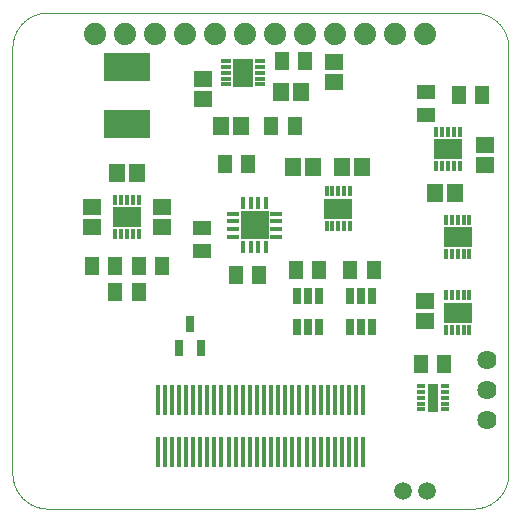
<source format=gts>
G75*
%MOIN*%
%OFA0B0*%
%FSLAX25Y25*%
%IPPOS*%
%LPD*%
%AMOC8*
5,1,8,0,0,1.08239X$1,22.5*
%
%ADD10C,0.00000*%
%ADD11C,0.06400*%
%ADD12R,0.05518X0.06306*%
%ADD13R,0.06306X0.05518*%
%ADD14R,0.15400X0.09700*%
%ADD15R,0.04731X0.05912*%
%ADD16R,0.05912X0.04731*%
%ADD17C,0.07400*%
%ADD18C,0.05943*%
%ADD19R,0.02600X0.05400*%
%ADD20R,0.01778X0.10046*%
%ADD21R,0.01600X0.03600*%
%ADD22R,0.09800X0.06900*%
%ADD23R,0.04000X0.01600*%
%ADD24R,0.01600X0.04000*%
%ADD25R,0.09300X0.09300*%
%ADD26R,0.03600X0.01600*%
%ADD27R,0.06900X0.09800*%
%ADD28R,0.03000X0.01600*%
%ADD29R,0.03700X0.09800*%
D10*
X0001000Y0012811D02*
X0001000Y0154543D01*
X0001003Y0154828D01*
X0001014Y0155114D01*
X0001031Y0155399D01*
X0001055Y0155683D01*
X0001086Y0155967D01*
X0001124Y0156250D01*
X0001169Y0156531D01*
X0001220Y0156812D01*
X0001278Y0157092D01*
X0001343Y0157370D01*
X0001415Y0157646D01*
X0001493Y0157920D01*
X0001578Y0158193D01*
X0001670Y0158463D01*
X0001768Y0158731D01*
X0001872Y0158997D01*
X0001983Y0159260D01*
X0002100Y0159520D01*
X0002223Y0159778D01*
X0002353Y0160032D01*
X0002489Y0160283D01*
X0002630Y0160531D01*
X0002778Y0160775D01*
X0002931Y0161016D01*
X0003091Y0161252D01*
X0003256Y0161485D01*
X0003426Y0161714D01*
X0003602Y0161939D01*
X0003784Y0162159D01*
X0003970Y0162375D01*
X0004162Y0162586D01*
X0004359Y0162793D01*
X0004561Y0162995D01*
X0004768Y0163192D01*
X0004979Y0163384D01*
X0005195Y0163570D01*
X0005415Y0163752D01*
X0005640Y0163928D01*
X0005869Y0164098D01*
X0006102Y0164263D01*
X0006338Y0164423D01*
X0006579Y0164576D01*
X0006823Y0164724D01*
X0007071Y0164865D01*
X0007322Y0165001D01*
X0007576Y0165131D01*
X0007834Y0165254D01*
X0008094Y0165371D01*
X0008357Y0165482D01*
X0008623Y0165586D01*
X0008891Y0165684D01*
X0009161Y0165776D01*
X0009434Y0165861D01*
X0009708Y0165939D01*
X0009984Y0166011D01*
X0010262Y0166076D01*
X0010542Y0166134D01*
X0010823Y0166185D01*
X0011104Y0166230D01*
X0011387Y0166268D01*
X0011671Y0166299D01*
X0011955Y0166323D01*
X0012240Y0166340D01*
X0012526Y0166351D01*
X0012811Y0166354D01*
X0154543Y0166354D01*
X0154828Y0166351D01*
X0155114Y0166340D01*
X0155399Y0166323D01*
X0155683Y0166299D01*
X0155967Y0166268D01*
X0156250Y0166230D01*
X0156531Y0166185D01*
X0156812Y0166134D01*
X0157092Y0166076D01*
X0157370Y0166011D01*
X0157646Y0165939D01*
X0157920Y0165861D01*
X0158193Y0165776D01*
X0158463Y0165684D01*
X0158731Y0165586D01*
X0158997Y0165482D01*
X0159260Y0165371D01*
X0159520Y0165254D01*
X0159778Y0165131D01*
X0160032Y0165001D01*
X0160283Y0164865D01*
X0160531Y0164724D01*
X0160775Y0164576D01*
X0161016Y0164423D01*
X0161252Y0164263D01*
X0161485Y0164098D01*
X0161714Y0163928D01*
X0161939Y0163752D01*
X0162159Y0163570D01*
X0162375Y0163384D01*
X0162586Y0163192D01*
X0162793Y0162995D01*
X0162995Y0162793D01*
X0163192Y0162586D01*
X0163384Y0162375D01*
X0163570Y0162159D01*
X0163752Y0161939D01*
X0163928Y0161714D01*
X0164098Y0161485D01*
X0164263Y0161252D01*
X0164423Y0161016D01*
X0164576Y0160775D01*
X0164724Y0160531D01*
X0164865Y0160283D01*
X0165001Y0160032D01*
X0165131Y0159778D01*
X0165254Y0159520D01*
X0165371Y0159260D01*
X0165482Y0158997D01*
X0165586Y0158731D01*
X0165684Y0158463D01*
X0165776Y0158193D01*
X0165861Y0157920D01*
X0165939Y0157646D01*
X0166011Y0157370D01*
X0166076Y0157092D01*
X0166134Y0156812D01*
X0166185Y0156531D01*
X0166230Y0156250D01*
X0166268Y0155967D01*
X0166299Y0155683D01*
X0166323Y0155399D01*
X0166340Y0155114D01*
X0166351Y0154828D01*
X0166354Y0154543D01*
X0166354Y0012811D01*
X0166351Y0012526D01*
X0166340Y0012240D01*
X0166323Y0011955D01*
X0166299Y0011671D01*
X0166268Y0011387D01*
X0166230Y0011104D01*
X0166185Y0010823D01*
X0166134Y0010542D01*
X0166076Y0010262D01*
X0166011Y0009984D01*
X0165939Y0009708D01*
X0165861Y0009434D01*
X0165776Y0009161D01*
X0165684Y0008891D01*
X0165586Y0008623D01*
X0165482Y0008357D01*
X0165371Y0008094D01*
X0165254Y0007834D01*
X0165131Y0007576D01*
X0165001Y0007322D01*
X0164865Y0007071D01*
X0164724Y0006823D01*
X0164576Y0006579D01*
X0164423Y0006338D01*
X0164263Y0006102D01*
X0164098Y0005869D01*
X0163928Y0005640D01*
X0163752Y0005415D01*
X0163570Y0005195D01*
X0163384Y0004979D01*
X0163192Y0004768D01*
X0162995Y0004561D01*
X0162793Y0004359D01*
X0162586Y0004162D01*
X0162375Y0003970D01*
X0162159Y0003784D01*
X0161939Y0003602D01*
X0161714Y0003426D01*
X0161485Y0003256D01*
X0161252Y0003091D01*
X0161016Y0002931D01*
X0160775Y0002778D01*
X0160531Y0002630D01*
X0160283Y0002489D01*
X0160032Y0002353D01*
X0159778Y0002223D01*
X0159520Y0002100D01*
X0159260Y0001983D01*
X0158997Y0001872D01*
X0158731Y0001768D01*
X0158463Y0001670D01*
X0158193Y0001578D01*
X0157920Y0001493D01*
X0157646Y0001415D01*
X0157370Y0001343D01*
X0157092Y0001278D01*
X0156812Y0001220D01*
X0156531Y0001169D01*
X0156250Y0001124D01*
X0155967Y0001086D01*
X0155683Y0001055D01*
X0155399Y0001031D01*
X0155114Y0001014D01*
X0154828Y0001003D01*
X0154543Y0001000D01*
X0012811Y0001000D01*
X0012526Y0001003D01*
X0012240Y0001014D01*
X0011955Y0001031D01*
X0011671Y0001055D01*
X0011387Y0001086D01*
X0011104Y0001124D01*
X0010823Y0001169D01*
X0010542Y0001220D01*
X0010262Y0001278D01*
X0009984Y0001343D01*
X0009708Y0001415D01*
X0009434Y0001493D01*
X0009161Y0001578D01*
X0008891Y0001670D01*
X0008623Y0001768D01*
X0008357Y0001872D01*
X0008094Y0001983D01*
X0007834Y0002100D01*
X0007576Y0002223D01*
X0007322Y0002353D01*
X0007071Y0002489D01*
X0006823Y0002630D01*
X0006579Y0002778D01*
X0006338Y0002931D01*
X0006102Y0003091D01*
X0005869Y0003256D01*
X0005640Y0003426D01*
X0005415Y0003602D01*
X0005195Y0003784D01*
X0004979Y0003970D01*
X0004768Y0004162D01*
X0004561Y0004359D01*
X0004359Y0004561D01*
X0004162Y0004768D01*
X0003970Y0004979D01*
X0003784Y0005195D01*
X0003602Y0005415D01*
X0003426Y0005640D01*
X0003256Y0005869D01*
X0003091Y0006102D01*
X0002931Y0006338D01*
X0002778Y0006579D01*
X0002630Y0006823D01*
X0002489Y0007071D01*
X0002353Y0007322D01*
X0002223Y0007576D01*
X0002100Y0007834D01*
X0001983Y0008094D01*
X0001872Y0008357D01*
X0001768Y0008623D01*
X0001670Y0008891D01*
X0001578Y0009161D01*
X0001493Y0009434D01*
X0001415Y0009708D01*
X0001343Y0009984D01*
X0001278Y0010262D01*
X0001220Y0010542D01*
X0001169Y0010823D01*
X0001124Y0011104D01*
X0001086Y0011387D01*
X0001055Y0011671D01*
X0001031Y0011955D01*
X0001014Y0012240D01*
X0001003Y0012526D01*
X0001000Y0012811D01*
D11*
X0159268Y0030370D03*
X0159268Y0040370D03*
X0159268Y0050370D03*
D12*
X0148441Y0106118D03*
X0141748Y0106118D03*
X0117693Y0114780D03*
X0111000Y0114780D03*
X0101236Y0114819D03*
X0094543Y0114819D03*
X0077181Y0128559D03*
X0070488Y0128559D03*
X0090567Y0139976D03*
X0097260Y0139976D03*
X0042535Y0112811D03*
X0035843Y0112811D03*
D13*
X0027378Y0101591D03*
X0027378Y0094898D03*
X0051000Y0094898D03*
X0051000Y0101591D03*
X0064386Y0137417D03*
X0064386Y0144110D03*
X0108087Y0143323D03*
X0108087Y0150016D03*
X0158677Y0122063D03*
X0158677Y0115370D03*
X0138402Y0070094D03*
X0138402Y0063402D03*
D14*
X0039189Y0129295D03*
X0039189Y0148295D03*
D15*
X0071748Y0116000D03*
X0079622Y0116000D03*
X0087220Y0128559D03*
X0095094Y0128559D03*
X0098638Y0150213D03*
X0090764Y0150213D03*
X0149819Y0138795D03*
X0157693Y0138795D03*
X0121472Y0080528D03*
X0113598Y0080528D03*
X0103362Y0080528D03*
X0095488Y0080528D03*
X0083283Y0078953D03*
X0075409Y0078953D03*
X0051000Y0081709D03*
X0043126Y0081709D03*
X0035252Y0081709D03*
X0027378Y0081709D03*
X0035252Y0073047D03*
X0043126Y0073047D03*
X0137142Y0049071D03*
X0145016Y0049071D03*
D16*
X0064346Y0086787D03*
X0064346Y0094661D03*
X0138795Y0132102D03*
X0138795Y0139976D03*
D17*
X0138677Y0159268D03*
X0128677Y0159268D03*
X0118677Y0159268D03*
X0108677Y0159268D03*
X0098677Y0159268D03*
X0088677Y0159268D03*
X0078677Y0159268D03*
X0068677Y0159268D03*
X0058677Y0159268D03*
X0048677Y0159268D03*
X0038677Y0159268D03*
X0028677Y0159268D03*
D18*
X0131315Y0006906D03*
X0139189Y0006906D03*
D19*
X0120842Y0061648D03*
X0117142Y0061648D03*
X0113442Y0061648D03*
X0113442Y0071848D03*
X0117142Y0071848D03*
X0120842Y0071848D03*
X0103125Y0071848D03*
X0099425Y0071848D03*
X0095725Y0071848D03*
X0095725Y0061648D03*
X0099425Y0061648D03*
X0103125Y0061648D03*
X0063991Y0054380D03*
X0056591Y0054380D03*
X0060291Y0062580D03*
D20*
X0061236Y0037319D03*
X0058874Y0037319D03*
X0056512Y0037319D03*
X0054150Y0037319D03*
X0051787Y0037319D03*
X0049425Y0037319D03*
X0063598Y0037319D03*
X0065961Y0037319D03*
X0068323Y0037319D03*
X0070685Y0037319D03*
X0073047Y0037319D03*
X0075409Y0037319D03*
X0077772Y0037319D03*
X0080134Y0037319D03*
X0082496Y0037319D03*
X0084858Y0037319D03*
X0087220Y0037319D03*
X0089583Y0037319D03*
X0091945Y0037319D03*
X0094307Y0037319D03*
X0096669Y0037319D03*
X0099031Y0037319D03*
X0101394Y0037319D03*
X0103756Y0037319D03*
X0106118Y0037319D03*
X0108480Y0037319D03*
X0110843Y0037319D03*
X0113205Y0037319D03*
X0115567Y0037319D03*
X0117929Y0037319D03*
X0117929Y0019799D03*
X0115567Y0019799D03*
X0113205Y0019799D03*
X0110843Y0019799D03*
X0108480Y0019799D03*
X0106118Y0019799D03*
X0103756Y0019799D03*
X0101394Y0019799D03*
X0099031Y0019799D03*
X0096669Y0019799D03*
X0094307Y0019799D03*
X0091945Y0019799D03*
X0089583Y0019799D03*
X0087220Y0019799D03*
X0084858Y0019799D03*
X0082496Y0019799D03*
X0080134Y0019799D03*
X0077772Y0019799D03*
X0075409Y0019799D03*
X0073047Y0019799D03*
X0070685Y0019799D03*
X0068323Y0019799D03*
X0065961Y0019799D03*
X0063598Y0019799D03*
X0061236Y0019799D03*
X0058874Y0019799D03*
X0056512Y0019799D03*
X0054150Y0019799D03*
X0051787Y0019799D03*
X0049425Y0019799D03*
D21*
X0043089Y0092544D03*
X0041189Y0092544D03*
X0039189Y0092544D03*
X0037189Y0092544D03*
X0035289Y0092544D03*
X0035289Y0103944D03*
X0037189Y0103944D03*
X0039189Y0103944D03*
X0041189Y0103944D03*
X0043089Y0103944D03*
X0105761Y0106800D03*
X0107661Y0106800D03*
X0109661Y0106800D03*
X0111661Y0106800D03*
X0113561Y0106800D03*
X0113561Y0095200D03*
X0111661Y0095200D03*
X0109661Y0095200D03*
X0107661Y0095200D03*
X0105761Y0095200D03*
X0142336Y0115064D03*
X0144236Y0115064D03*
X0146236Y0115064D03*
X0148236Y0115064D03*
X0150136Y0115064D03*
X0150136Y0126464D03*
X0148236Y0126464D03*
X0146236Y0126464D03*
X0144236Y0126464D03*
X0142336Y0126464D03*
X0145525Y0097251D03*
X0147425Y0097251D03*
X0149425Y0097251D03*
X0151425Y0097251D03*
X0153325Y0097251D03*
X0153325Y0085851D03*
X0151425Y0085851D03*
X0149425Y0085851D03*
X0147425Y0085851D03*
X0145525Y0085851D03*
X0145525Y0072054D03*
X0147425Y0072054D03*
X0149425Y0072054D03*
X0151425Y0072054D03*
X0153325Y0072054D03*
X0153325Y0060654D03*
X0151425Y0060654D03*
X0149425Y0060654D03*
X0147425Y0060654D03*
X0145525Y0060654D03*
D22*
X0149425Y0066354D03*
X0149425Y0091551D03*
X0146236Y0120764D03*
X0109661Y0101000D03*
X0039189Y0098244D03*
D23*
X0074409Y0099288D03*
X0074409Y0096788D03*
X0074409Y0094188D03*
X0074409Y0091688D03*
X0089009Y0091688D03*
X0089009Y0094188D03*
X0089009Y0096788D03*
X0089009Y0099288D03*
D24*
X0085509Y0102788D03*
X0083009Y0102788D03*
X0080409Y0102788D03*
X0077909Y0102788D03*
X0077909Y0088188D03*
X0080409Y0088188D03*
X0083009Y0088188D03*
X0085509Y0088188D03*
D25*
X0081709Y0095488D03*
D26*
X0083472Y0142376D03*
X0083472Y0144276D03*
X0083472Y0146276D03*
X0083472Y0148276D03*
X0083472Y0150176D03*
X0072072Y0150176D03*
X0072072Y0148276D03*
X0072072Y0146276D03*
X0072072Y0144276D03*
X0072072Y0142376D03*
D27*
X0077772Y0146276D03*
D28*
X0137157Y0041908D03*
X0137157Y0040008D03*
X0137157Y0038008D03*
X0137157Y0036008D03*
X0137157Y0034108D03*
X0145157Y0034108D03*
X0145157Y0036008D03*
X0145157Y0038008D03*
X0145157Y0040008D03*
X0145157Y0041908D03*
D29*
X0141157Y0038008D03*
M02*

</source>
